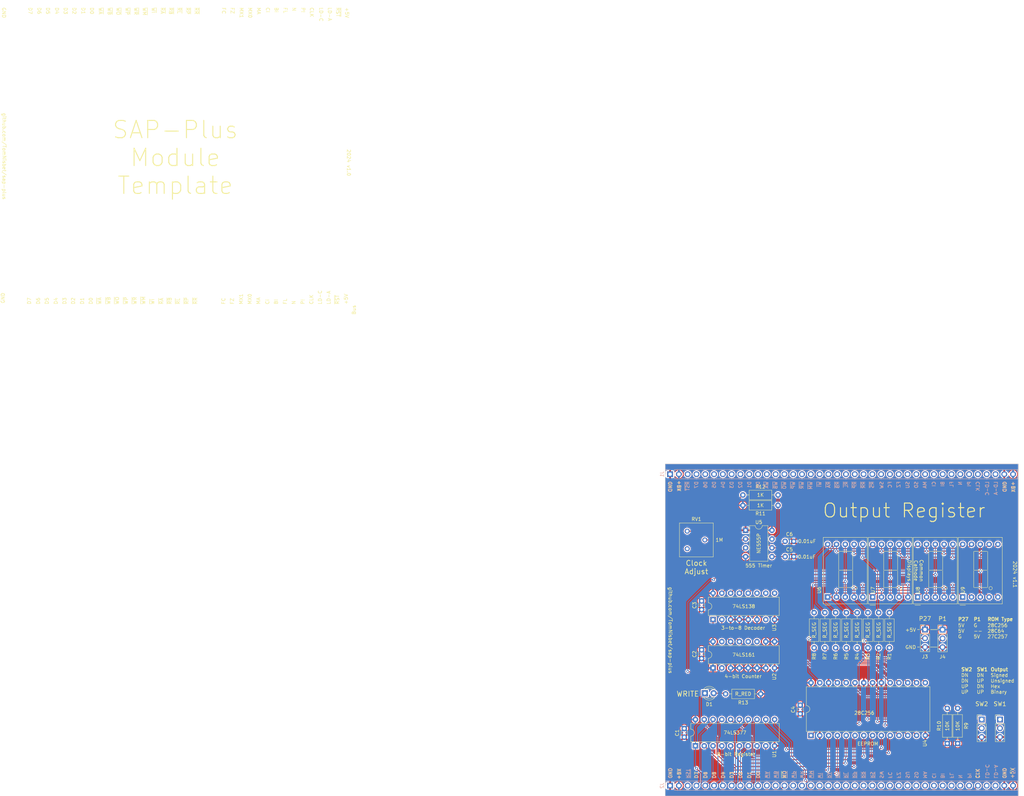
<source format=kicad_pcb>
(kicad_pcb (version 20240108) (generator "pcbnew") (generator_version "8.0")
  (title_block (title "SAP-Plus Output Register") (date "2024-11-30") (rev "1.1") (company "github.com/TomNisbet/sap-plus"))
  (layers (0 "F.Cu" signal) (31 "B.Cu" signal) (34 "B.Paste" user) (35 "F.Paste" user) (36 "B.SilkS" user "B.Silkscreen") (37 "F.SilkS" user "F.Silkscreen") (38 "B.Mask" user) (39 "F.Mask" user) (44 "Edge.Cuts" user))
  (net 0 "")
  (net 1 "+5V")
  (net 2 "CLK")
  (net 3 "D0")
  (net 4 "D1")
  (net 5 "D2")
  (net 6 "D3")
  (net 7 "D4")
  (net 8 "D5")
  (net 9 "D6")
  (net 10 "D7")
  (net 11 "GND")
  (net 12 "~{WO}")
  (net 13 "Net-(U5-CV)")
  (net 14 "Net-(U5-THR)")
  (net 15 "Net-(U6-A)")
  (net 16 "/A")
  (net 17 "Net-(U6-B)")
  (net 18 "/B")
  (net 19 "Net-(U6-C)")
  (net 20 "/C")
  (net 21 "Net-(U6-D)")
  (net 22 "/D")
  (net 23 "/E")
  (net 24 "Net-(U6-E)")
  (net 25 "Net-(U6-F)")
  (net 26 "/F")
  (net 27 "Net-(U6-G)")
  (net 28 "/G")
  (net 29 "/P")
  (net 30 "Net-(U6-DP)")
  (net 31 "Net-(SW1-B)")
  (net 32 "Net-(SW2-B)")
  (net 33 "Net-(U5-DIS)")
  (net 34 "Net-(R12-Pad1)")
  (net 38 "Net-(U1-Q1)")
  (net 39 "Net-(U1-Q2)")
  (net 40 "Net-(U1-Q3)")
  (net 41 "Net-(U1-Q7)")
  (net 42 "Net-(U1-Q4)")
  (net 43 "Net-(U1-Q0)")
  (net 44 "Net-(U1-Q5)")
  (net 45 "Net-(U1-Q6)")
  (net 46 "Net-(U2-CP)")
  (net 49 "Net-(U2-Q0)")
  (net 50 "Net-(U2-Q1)")
  (net 52 "/digit-0")
  (net 53 "/digit-1")
  (net 55 "/digit-2")
  (net 59 "/digit-3")
  (net 60 "Net-(J3-Pin_2)")
  (net 61 "Net-(J4-Pin_2)")
  (net 124 "Net-(D1-A)")
  (footprint "Resistor_THT:R_Axial_DIN0207_L6.3mm_D2.5mm_P10.16mm_Horizontal" (layer "F.Cu") (at 143.53571 86 -90)
    (property "Reference" "R3")
    (property "Value" "R_SEG")
  )
  (footprint "Resistor_THT:R_Axial_DIN0207_L6.3mm_D2.5mm_P10.16mm_Horizontal" (layer "F.Cu") (at 102.42 109.5)
    (property "Reference" "R13")
    (property "Value" "R_RED")
  )
  (footprint "Resistor_THT:R_Axial_DIN0207_L6.3mm_D2.5mm_P10.16mm_Horizontal" (layer "F.Cu") (at 117.58 55 180)
    (property "Reference" "R11")
    (property "Value" "1K")
  )
  (footprint "Capacitor_THT:C_Disc_D3.0mm_W1.6mm_P2.50mm" (layer "F.Cu") (at 95.5 85.13 90)
    (property "Reference" "C3")
    (property "Value" "0.1uF")
  )
  (footprint "Display_7Segment:D1X8K" (layer "F.Cu") (at 157.92 81.4975 90)
    (property "Reference" "U8")
    (property "Value" "D148K")
  )
  (footprint "Resistor_THT:R_Axial_DIN0207_L6.3mm_D2.5mm_P10.16mm_Horizontal" (layer "F.Cu") (at 134.214284 86 -90)
    (property "Reference" "R6")
    (property "Value" "R_SEG")
  )
  (footprint "Capacitor_THT:C_Disc_D3.0mm_W1.6mm_P2.50mm" (layer "F.Cu") (at 90.5 122 90)
    (property "Reference" "C1")
    (property "Value" "0.1uF")
  )
  (footprint "Display_7Segment:D1X8K" (layer "F.Cu") (at 131.92 81.4975 90)
    (property "Reference" "U6")
    (property "Value" "D148K")
  )
  (footprint "Package_DIP:DIP-8_W7.62mm" (layer "F.Cu") (at 108.2 62.2)
    (property "Reference" "U5")
    (property "Value" "NE555P")
  )
  (footprint "Capacitor_THT:C_Disc_D3.0mm_W1.6mm_P2.50mm" (layer "F.Cu") (at 95.5 99.25 90)
    (property "Reference" "C2")
    (property "Value" "0.1uF")
  )
  (footprint "Package_DIP:DIP-16_W7.62mm" (layer "F.Cu") (at 98.8 88 90)
    (property "Reference" "U3")
    (property "Value" "74LS138")
  )
  (footprint "Capacitor_THT:C_Disc_D3.0mm_W1.6mm_P2.50mm" (layer "F.Cu") (at 124 115.25 90)
    (property "Reference" "C4")
    (property "Value" "0.1uF")
  )
  (footprint "Package_DIP:DIP-16_W7.62mm" (layer "F.Cu") (at 98.8 102 90)
    (property "Reference" "U2")
    (property "Value" "74LS161")
  )
  (footprint "Resistor_THT:R_Axial_DIN0207_L6.3mm_D2.5mm_P10.16mm_Horizontal" (layer "F.Cu") (at 107.42 52)
    (property "Reference" "R12")
    (property "Value" "1K")
  )
  (footprint "Resistor_THT:R_Axial_DIN0207_L6.3mm_D2.5mm_P10.16mm_Horizontal" (layer "F.Cu") (at 128 86 -90)
    (property "Reference" "R8")
    (property "Value" "R_SEG")
  )
  (footprint "Potentiometer_THT:Potentiometer_Bourns_3386F_Vertical" (layer "F.Cu") (at 91.345 67.54)
    (property "Reference" "RV1")
    (property "Value" "1M")
  )
  (footprint "Capacitor_THT:C_Disc_D3.0mm_W1.6mm_P2.50mm" (layer "F.Cu") (at 119.62 69.81)
    (property "Reference" "C5")
    (property "Value" "0.01uF")
  )
  (footprint "Resistor_THT:R_Axial_DIN0207_L6.3mm_D2.5mm_P10.16mm_Horizontal" (layer "F.Cu") (at 137.321426 86 -90)
    (property "Reference" "R5")
    (property "Value" "R_SEG")
  )
  (footprint "Display_7Segment:D1X8K" (layer "F.Cu") (at 170.92 81.4975 90)
    (property "Reference" "U9")
    (property "Value" "D148K")
  )
  (footprint "Package_DIP:DIP-28_W15.24mm" (layer "F.Cu") (at 127.1 121.5 90)
    (property "Reference" "U4")
    (property "Value" "28C256")
  )
  (footprint "Connector_PinHeader_2.54mm:PinHeader_1x03_P2.54mm_Vertical" (layer "F.Cu") (at 176.404335 116.88)
    (property "Reference" "SW2")
    (property "Value" "SW_SPDT")
  )
  (footprint "LED_THT:LED_D3.0mm" (layer "F.Cu") (at 96.44 109.3)
    (property "Reference" "D1")
    (property "Value" "WRITE")
  )
  (footprint "Package_DIP:DIP-20_W7.62mm" (layer "F.Cu") (at 93.72 124.5 90)
    (property "Reference" "U1")
    (property "Value" "74LS377")
  )
  (footprint "Capacitor_THT:C_Disc_D3.0mm_W1.6mm_P2.50mm" (layer "F.Cu") (at 119.62 65.4)
    (property "Reference" "C6")
    (property "Value" "0.01uF")
  )
  (footprint "Display_7Segment:D1X8K" (layer "F.Cu") (at 144.92 81.4975 90)
    (property "Reference" "U7")
    (property "Value" "D148K")
  )
  (footprint "Resistor_THT:R_Axial_DIN0207_L6.3mm_D2.5mm_P10.16mm_Horizontal" (layer "F.Cu") (at 131.107142 86 -90)
    (property "Reference" "R7")
    (property "Value" "R_SEG")
  )
  (footprint "Resistor_THT:R_Axial_DIN0207_L6.3mm_D2.5mm_P10.16mm_Horizontal" (layer "F.Cu") (at 149.75 86 -90)
    (property "Reference" "R1")
    (property "Value" "R_SEG")
  )
  (footprint "Connector_PinHeader_2.54mm:PinHeader_1x03_P2.54mm_Vertical" (layer "F.Cu") (at 160.03 90.87)
    (property "Reference" "J3")
    (property "Value" "P27")
  )
  (footprint "Resistor_THT:R_Axial_DIN0207_L6.3mm_D2.5mm_P10.16mm_Horizontal" (layer "F.Cu") (at 169.46 123.82 90)
    (property "Reference" "R9")
    (property "Value" "10K")
  )
  (footprint "Connector_PinHeader_2.54mm:PinHeader_1x03_P2.54mm_Vertical" (layer "F.Cu") (at 181.68 116.88)
    (property "Reference" "SW1")
    (property "Value" "SW_SPDT")
  )
  (footprint "Resistor_THT:R_Axial_DIN0207_L6.3mm_D2.5mm_P10.16mm_Horizontal" (layer "F.Cu") (at 146.642852 86 -90)
    (property "Reference" "R2")
    (property "Value" "R_SEG")
  )
  (footprint "Connector_PinHeader_2.54mm:PinHeader_1x03_P2.54mm_Vertical" (layer "F.Cu") (at 165.1 90.92)
    (property "Reference" "J4")
    (property "Value" "P1")
  )
  (footprint "Resistor_THT:R_Axial_DIN0207_L6.3mm_D2.5mm_P10.16mm_Horizontal" (layer "F.Cu") (at 140.428568 86 -90)
    (property "Reference" "R4")
    (property "Value" "R_SEG")
  )
  (footprint "Resistor_THT:R_Axial_DIN0207_L6.3mm_D2.5mm_P10.16mm_Horizontal" (layer "F.Cu") (at 166.46 123.82 90)
    (property "Reference" "R10")
    (property "Value" "10K")
  )
  (footprint "Connector_PinHeader_2.54mm:PinHeader_1x40_P2.54mm_Vertical" (layer "B.Cu") (at 86.4 46 -90)
    (property "Reference" "J1")
    (property "Value" "Bus")
  )
  (footprint "Connector_PinHeader_2.54mm:PinHeader_1x40_P2.54mm_Vertical" (layer "B.Cu") (at 86.4 136 -90)
    (property "Reference" "J2")
    (property "Value" "Bus")
  )
  (gr_line (start 157.84 90.9) (end 158.43 90.9) (stroke (width 0.15)) (layer "F.SilkS"))
  (gr_line (start 161.63 95.96) (end 163.52 95.96) (stroke (width 0.15)) (layer "F.SilkS"))
  (gr_line (start 161.63 90.9) (end 163.52 90.9) (stroke (width 0.15)) (layer "F.SilkS"))
  (gr_line (start 157.84 95.96) (end 158.43 95.96) (stroke (width 0.15)) (layer "F.SilkS"))
  (gr_line (start 85 139) (end 85 43) (stroke (width 0.1)) (layer "Edge.Cuts"))
  (gr_line (start 85 43) (end 187 43) (stroke (width 0.1)) (layer "Edge.Cuts"))
  (gr_line (start 187 139) (end 85 139) (stroke (width 0.1)) (layer "Edge.Cuts"))
  (gr_line (start 187 43) (end 187 139) (stroke (width 0.1)) (layer "Edge.Cuts"))
  (gr_text "~{RL}" (at 137.25 48 90) (layer "B.SilkS") (effects (font (size 1 1)) (justify left mirror)))
  (gr_text "~{RR}" (at 142 134 270) (layer "B.SilkS") (effects (font (size 1 1)) (justify left mirror)))
  (gr_text "~{WO}" (at 119.4 134 270) (layer "B.SilkS") (effects (font (size 1 1)) (justify left mirror)))
  (gr_text "D7" (at 94 48 90) (layer "B.SilkS") (effects (font (size 1 1)) (justify left mirror)))
  (gr_text "D3" (at 104.2 48 90) (layer "B.SilkS") (effects (font (size 1 1)) (justify left mirror)))
  (gr_text "D2" (at 106.7 134 270) (layer "B.SilkS") (effects (font (size 1 1)) (justify left mirror)))
  (gr_text "D4" (at 101.7 134 270) (layer "B.SilkS") (effects (font (size 1 1)) (justify left mirror)))
  (gr_text "PI" (at 172.8 48 90) (layer "B.SilkS") (effects (font (size 1 1)) (justify left mirror)))
  (gr_text "PI" (at 172.8 134 270) (layer "B.SilkS") (effects (font (size 1 1)) (justify left mirror)))
  (gr_text "N" (at 170.2 48 90) (layer "B.SilkS") (effects (font (size 1 1)) (justify left mirror)))
  (gr_text "FL" (at 167.7 134 270) (layer "B.SilkS") (effects (font (size 1 1)) (justify left mirror)))
  (gr_text "D1" (at 109.3 134 270) (layer "B.SilkS") (effects (font (size 1 1)) (justify left mirror)))
  (gr_text "D5" (at 99.1 48 90) (layer "B.SilkS") (effects (font (size 1 1)) (justify left mirror)))
  (gr_text "+5V" (at 89 134.25 270) (layer "B.SilkS") (effects (font (size 1 1)) (justify left mirror)))
  (gr_text "D6" (at 96.6 134 270) (layer "B.SilkS") (effects (font (size 1 1)) (justify left mirror)))
  (gr_text "+5V" (at 185.5 48 90) (layer "B.SilkS") (effects (font (size 1 1)) (justify left mirror)))
  (gr_text "~{RST}" (at 91.5 48 90) (layer "B.SilkS") (effects (font (size 1 1)) (justify left mirror)))
  (gr_text "BI" (at 165.1 134 270) (layer "B.SilkS") (effects (font (size 1 1)) (justify left mirror)))
  (gr_text "~{RP}" (at 139.5 134 270) (layer "B.SilkS") (effects (font (size 1 1)) (justify left mirror)))
  (gr_text "FZ" (at 152.4 134 270) (layer "B.SilkS") (effects (font (size 1 1)) (justify left mirror)))
  (gr_text "MA" (at 160 48 90) (layer "B.SilkS") (effects (font (size 1 1)) (justify left mirror)))
  (gr_text "+5V" (at 89 47.75 90) (layer "B.SilkS") (effects (font (size 1 1)) (justify left mirror)))
  (gr_text "D0" (at 111.8 48 90) (layer "B.SilkS") (effects (font (size 1 1)) (justify left mirror)))
  (gr_text "~{RR}" (at 142.25 48 90) (layer "B.SilkS") (effects (font (size 1 1)) (justify left mirror)))
  (gr_text "~{WB}" (at 116.9 134 270) (layer "B.SilkS") (effects (font (size 1 1)) (justify left mirror)))
  (gr_text "~{WI}" (at 129.6 48 90) (layer "B.SilkS") (effects (font (size 1 1)) (justify left mirror)))
  (gr_text "D0" (at 111.8 134 270) (layer "B.SilkS") (effects (font (size 1 1)) (justify left mirror)))
  (gr_text "N" (at 170.2 134 270) (layer "B.SilkS") (effects (font (size 1 1)) (justify left mirror)))
  (gr_text "CI" (at 162.6 134 270) (layer "B.SilkS") (effects (font (size 1 1)) (justify left mirror)))
  (gr_text "LD-C" (at 178 48 90) (layer "B.SilkS") (effects (font (size 1 1)) (justify left mirror)))
  (gr_text "~{RA}" (at 132.2 48 90) (layer "B.SilkS") (effects (font (size 1 1)) (justify left mirror)))
  (gr_text "~{RST}" (at 91.5 134 270) (layer "B.SilkS") (effects (font (size 1 1)) (justify left mirror)))
  (gr_text "+5V" (at 185.5 134 270) (layer "B.SilkS") (effects (font (size 1 1)) (justify left mirror)))
  (gr_text "CI" (at 162.6 48 90) (layer "B.SilkS") (effects (font (size 1 1)) (justify left mirror)))
  (gr_text "FC" (at 149.9 134 270) (layer "B.SilkS") (effects (font (size 1 1)) (justify left mirror)))
  (gr_text "~{RS}" (at 144.75 48 90) (layer "B.SilkS") (effects (font (size 1 1)) (justify left mirror)))
  (gr_text "FC" (at 149.9 48 90) (layer "B.SilkS") (effects (font (size 1 1)) (justify left mirror)))
  (gr_text "~{WP}" (at 122 134 270) (layer "B.SilkS") (effects (font (size 1 1)) (justify left mirror)))
  (gr_text "SU" (at 155 48 90) (layer "B.SilkS") (effects (font (size 1 1)) (justify left mirror)))
  (gr_text "~{RB}" (at 134.6 134 270) (layer "B.SilkS") (effects (font (size 1 1)) (justify left mirror)))
  (gr_text "FZ" (at 152.4 48 90) (layer "B.SilkS") (effects (font (size 1 1)) (justify left mirror)))
  (gr_text "GND" (at 183 134 270) (layer "B.SilkS") (effects (font (size 1 1)) (justify left mirror)))
  (gr_text "MA" (at 160 134 270) (layer "B.SilkS") (effects (font (size 1 1)) (justify left mirror)))
  (gr_text "CLK" (at 175.3 134 270) (layer "B.SilkS") (effects (font (size 1 1)) (justify left mirror)))
  (gr_text "GND" (at 183 48 90) (layer "B.SilkS") (effects (font (size 1 1)) (justify left mirror)))
  (gr_text "D4" (at 101.7 48 90) (layer "B.SilkS") (effects (font (size 1 1)) (justify left mirror)))
  (gr_text "~{WO}" (at 119.4 48 90) (layer "B.SilkS") (effects (font (size 1 1)) (justify left mirror)))
  (gr_text "~{WA}" (at 114.3 48 90) (layer "B.SilkS") (effects (font (size 1 1)) (justify left mirror)))
  (gr_text "GND" (at 86.4 48 90) (layer "B.SilkS") (effects (font (size 1 1)) (justify left mirror)))
  (gr_text "LD-A" (at 180.5 48 90) (layer "B.SilkS") (effects (font (size 1 1)) (justify left mirror)))
  (gr_text "~{WB}" (at 116.9 48 90) (layer "B.SilkS") (effects (font (size 1 1)) (justify left mirror)))
  (gr_text "LD-C" (at 178 134 270) (layer "B.SilkS") (effects (font (size 1 1)) (justify left mirror)))
  (gr_text "SD" (at 157.5 48 90) (layer "B.SilkS") (effects (font (size 1 1)) (justify left mirror)))
  (gr_text "D7" (at 94 134 270) (layer "B.SilkS") (effects (font (size 1 1)) (justify left mirror)))
  (gr_text "~{RP}" (at 139.75 48 90) (layer "B.SilkS") (effects (font (size 1 1)) (justify left mirror)))
  (gr_text "~{WM}" (at 127 48 90) (layer "B.SilkS") (effects (font (size 1 1)) (justify left mirror)))
  (gr_text "FL" (at 167.7 48 90) (layer "B.SilkS") (effects (font (size 1 1)) (justify left mirror)))
  (gr_text "~{RL}" (at 137 134 270) (layer "B.SilkS") (effects (font (size 1 1)) (justify left mirror)))
  (gr_text "~{RS}" (at 144.75 134 -90) (layer "B.SilkS") (effects (font (size 1 1)) (justify left mirror)))
  (gr_text "D5" (at 99.1 134 270) (layer "B.SilkS") (effects (font (size 1 1)) (justify left mirror)))
  (gr_text "LD-A" (at 180.5 134 270) (layer "B.SilkS") (effects (font (size 1 1)) (justify left mirror)))
  (gr_text "~{RA}" (at 132.2 134 270) (layer "B.SilkS") (effects (font (size 1 1)) (justify left mirror)))
  (gr_text "~{WM}" (at 127 134 270) (layer "B.SilkS") (effects (font (size 1 1)) (justify left mirror)))
  (gr_text "~{WR}" (at 124.5 134 270) (layer "B.SilkS") (effects (font (size 1 1)) (justify left mirror)))
  (gr_text "~{RB}" (at 134.75 48 90) (layer "B.SilkS") (effects (font (size 1 1)) (justify left mirror)))
  (gr_text "CLK" (at 175.3 48 90) (layer "B.SilkS") (effects (font (size 1 1)) (justify left mirror)))
  (gr_text "SW" (at 147.5 48 90) (layer "B.SilkS") (effects (font (size 1 1)) (justify left mirror)))
  (gr_text "~{WP}" (at 122 48 90) (layer "B.SilkS") (effects (font (size 1 1)) (justify left mirror)))
  (gr_text "D1" (at 109.3 48 90) (layer "B.SilkS") (effects (font (size 1 1)) (justify left mirror)))
  (gr_text "~{WA}" (at 114.3 134 270) (layer "B.SilkS") (effects (font (size 1 1)) (justify left mirror)))
  (gr_text "D2" (at 106.7 48 90) (layer "B.SilkS") (effects (font (size 1 1)) (justify left mirror)))
  (gr_text "D3" (at 104.2 134 270) (layer "B.SilkS") (effects (font (size 1 1)) (justify left mirror)))
  (gr_text "~{WR}" (at 124.5 48 90) (layer "B.SilkS") (effects (font (size 1 1)) (justify left mirror)))
  (gr_text "SU" (at 155 134 -90) (layer "B.SilkS") (effects (font (size 1 1)) (justify left mirror)))
  (gr_text "SW" (at 147.5 134 -90) (layer "B.SilkS") (effects (font (size 1 1)) (justify left mirror)))
  (gr_text "BI" (at 165.1 48 90) (layer "B.SilkS") (effects (font (size 1 1)) (justify left mirror)))
  (gr_text "SD" (at 157.5 134 -90) (layer "B.SilkS") (effects (font (size 1 1)) (justify left mirror)))
  (gr_text "~{WI}" (at 129.6 134 270) (layer "B.SilkS") (effects (font (size 1 1)) (justify left mirror)))
  (gr_text "GND" (at 86.4 134 270) (layer "B.SilkS") (effects (font (size 1 1)) (justify left mirror)))
  (gr_text "D6" (at 96.6 48 90) (layer "B.SilkS") (effects (font (size 1 1)) (justify left mirror)))
  (gr_text "2024 v1.0" (at -6.4 -48 -90) (layer "F.SilkS") (effects (font (size 1 1)) (justify left)))
  (gr_text "MX0" (at -34.99 -3 90) (layer "F.SilkS") (effects (font (size 1 1)) (justify left)))
  (gr_text "Output" (at 178.9 103.01 0) (layer "F.SilkS") (effects (font (size 1 1) (thickness 0.22) (bold yes)) (justify left bottom)))
  (gr_text "~{WR}" (at -67.9 -89 270) (layer "F.SilkS") (effects (font (size 1 1)) (justify left)))
  (gr_text "FC" (at -42.59 -3 90) (layer "F.SilkS") (effects (font (size 1 1)) (justify left)))
  (gr_text "Displays" (at 155.49 73.8775 270) (layer "F.SilkS") (effects (font (size 1 1))))
  (gr_text "D7" (at 94 134 90) (layer "F.SilkS") (effects (font (size 1 1)) (justify left)))
  (gr_text "GND" (at -106.29 -3.3 90) (layer "F.SilkS") (effects (font (size 1 1)) (justify left)))
  (gr_text "~{WA}" (at -78.39 -3 90) (layer "F.SilkS") (effects (font (size 1 1)) (justify left)))
  (gr_text "~{RB}" (at -58.09 -3 90) (layer "F.SilkS") (effects (font (size 1 1)) (justify left)))
  (gr_text "+5V" (at -6.9 -89 270) (layer "F.SilkS") (effects (font (size 1 1)) (justify left)))
  (gr_text "MX0" (at -34.9 -89 270) (layer "F.SilkS") (effects (font (size 1 1)) (justify left)))
  (gr_text "DN\nUP\nDN\nUP" (at 174.9 109.51 0) (layer "F.SilkS") (effects (font (size 1 1)) (justify left bottom)))
  (gr_text "${COMPANY}" (at 86.5 78.5 270) (layer "F.SilkS") (effects (font (size 1 1)) (justify left)))
  (gr_text "D0" (at -80.89 -3 90) (layer "F.SilkS") (effects (font (size 1 1)) (justify left)))
  (gr_text "~{RA}" (at -60.49 -3 90) (layer "F.SilkS") (effects (font (size 1 1)) (justify left)))
  (gr_text "EEPROM" (at 143.5 124.5 0) (layer "F.SilkS") (effects (font (size 1 1)) (justify bottom)))
  (gr_text "D2" (at -85.99 -3 90) (layer "F.SilkS") (effects (font (size 1 1)) (justify left)))
  (gr_text "D5" (at -93.3 -89 270) (layer "F.SilkS") (effects (font (size 1 1)) (justify left)))
  (gr_text "PI" (at -19.6 -89 270) (layer "F.SilkS") (effects (font (size 1 1)) (justify left)))
  (gr_text "D3" (at -88.2 -89 270) (layer "F.SilkS") (effects (font (size 1 1)) (justify left)))
  (gr_text "GND" (at -106 -89 270) (layer "F.SilkS") (effects (font (size 1 1)) (justify left)))
  (gr_text "+5V" (at 89 47.75 270) (layer "F.SilkS") (effects (font (size 1 1)) (justify left)))
  (gr_text "D0" (at -80.6 -89 270) (layer "F.SilkS") (effects (font (size 1 1)) (justify left)))
  (gr_text "~{WI}" (at -63.09 -3 90) (layer "F.SilkS") (effects (font (size 1 1)) (justify left)))
  (gr_text "+5V" (at 185.5 48 270) (layer "F.SilkS") (effects (font (size 1 1)) (justify left)))
  (gr_text "~{WB}" (at -75.79 -3 90) (layer "F.SilkS") (effects (font (size 1 1)) (justify left)))
  (gr_text "~{RST}" (at -9.5 -89 270) (layer "F.SilkS") (effects (font (size 1 1)) (justify left)))
  (gr_text "3-to-8 Decoder" (at 107.5 91 0) (layer "F.SilkS") (effects (font (size 1 1)) (justify bottom)))
  (gr_text "GND" (at 183 134 90) (layer "F.SilkS") (effects (font (size 1 1)) (justify left)))
  (gr_text "CI" (at -29.89 -3 90) (layer "F.SilkS") (effects (font (size 1 1)) (justify left)))
  (gr_text "PI" (at -19.69 -3 90) (layer "F.SilkS") (effects (font (size 1 1)) (justify left)))
  (gr_text "D7" (at -98.4 -89 270) (layer "F.SilkS") (effects (font (size 1 1)) (justify left)))
  (gr_text "Signed\nUnsigned\nHex\nBinary" (at 178.9 109.51 0) (layer "F.SilkS") (effects (font (size 1 1)) (justify left bottom)))
  (gr_text "D6" (at -96.09 -3 90) (layer "F.SilkS") (effects (font (size 1 1)) (justify left)))
  (gr_text "SAP-Plus\nModule\nTemplate" (at -56.5 -45.5 0) (layer "F.SilkS") (effects (font (size 5 5) (thickness 0.3))))
  (gr_text "D7" (at -98.69 -3 90) (layer "F.SilkS") (effects (font (size 1 1)) (justify left)))
  (gr_text "MA" (at -32.49 -3 90) (layer "F.SilkS") (effects (font (size 1 1)) (justify left)))
  (gr_text "~{RA}" (at -60.2 -89 270) (layer "F.SilkS") (effects (font (size 1 1)) (justify left)))
  (gr_text "Bus" (at -4.9 -1.5 90) (layer "F.SilkS") (effects (font (size 1 1))))
  (gr_text "DN\nDN\nUP\nUP" (at 170.4 109.51 0) (layer "F.SilkS") (effects (font (size 1 1)) (justify left bottom)))
  (gr_text "D3" (at -88.49 -3 90) (layer "F.SilkS") (effects (font (size 1 1)) (justify left)))
  (gr_text "~{WM}" (at -65.69 -3 90) (layer "F.SilkS") (effects (font (size 1 1)) (justify left)))
  (gr_text "LD-C" (at -14.4 -89 270) (layer "F.SilkS") (effects (font (size 1 1)) (justify left)))
  (gr_text "CI" (at -29.8 -89 270) (layer "F.SilkS") (effects (font (size 1 1)) (justify left)))
  (gr_text "P1" (at 174 88.5 0) (layer "F.SilkS") (effects (font (size 1 1) (thickness 0.22) (bold yes)) (justify left bottom)))
  (gr_text "D2" (at 106.7 134 90) (layer "F.SilkS") (effects (font (size 1 1)) (justify left)))
  (gr_text "5V\n5V\nG" (at 169.5 93.5 0) (layer "F.SilkS") (effects (font (size 1 1)) (justify left bottom)))
  (gr_text "4-bit Counter" (at 107.5 105 0) (layer "F.SilkS") (effects (font (size 1 1)) (justify bottom)))
  (gr_text "~{RB}" (at -57.8 -89 270) (layer "F.SilkS") (effects (font (size 1 1)) (justify left)))
  (gr_text "+5V" (at 89 134.25 90) (layer "F.SilkS") (effects (font (size 1 1)) (justify left)))
  (gr_text "~{WO}" (at 119.4 134 90) (layer "F.SilkS") (effects (font (size 1 1)) (justify left)))
  (gr_text "GND" (at 183 48 270) (layer "F.SilkS") (effects (font (size 1 1)) (justify left)))
  (gr_text "CLK" (at -17.19 -3 90) (layer "F.SilkS") (effects (font (size 1 1)) (justify left)))
  (gr_text "~{WR}" (at -68.19 -3 90) (layer "F.SilkS") (effects (font (size 1 1)) (justify left)))
  (gr_text "SW1" (at 174.9 103.01 0) (layer "F.SilkS") (effects (font (size 1 1) (thickness 0.22) (bold yes)) (justify left bottom)))
  (gr_text "~{RL}" (at -55.4 -89 270) (layer "F.SilkS") (effects (font (size 1 1)) (justify left)))
  (gr_text "N" (at -22.2 -89 270) (layer "F.SilkS") (effects (font (size 1 1)) (justify left)))
  (gr_text "~{WP}" (at -70.4 -89 270) (layer "F.SilkS") (effects (font (size 1 1)) (justify left)))
  (gr_text "FZ" (at -40.09 -3 90) (layer "F.SilkS") (effects (font (size 1 1)) (justify left)))
  (gr_text "CLK" (at 175.21 134 90) (layer "F.SilkS") (effects (font (size 1 1)) (justify left)))
  (gr_text "GND" (at 154.26 96 0) (layer "F.SilkS") (effects (font (size 1 1)) (justify left)))
  (gr_text "D1" (at 109.3 134 90) (layer "F.SilkS") (effects (font (size 1 1)) (justify left)))
  (gr_text "D2" (at -85.7 -89 270) (layer "F.SilkS") (effects (font (size 1 1)) (justify left)))
  (gr_text "CLK" (at -17.1 -89 270) (layer "F.SilkS") (effects (font (size 1 1)) (justify left)))
  (gr_text "D4" (at -90.7 -89 270) (layer "F.SilkS") (effects (font (size 1 1)) (justify left)))
  (gr_text "555 Timer" (at 112 73 0) (layer "F.SilkS") (effects (font (size 1 1)) (justify bottom)))
  (gr_text "~{RR}" (at -50.4 -89 270) (layer "F.SilkS") (effects (font (size 1 1)) (justify left)))
  (gr_text "~{RR}" (at -50.69 -3 90) (layer "F.SilkS") (effects (font (size 1 1)) (justify left)))
  (gr_text "D6" (at 96.6 134 90) (layer "F.SilkS") (effects (font (size 1 1)) (justify left)))
  (gr_text "FL" (at -24.79 -3 90) (layer "F.SilkS") (effects (font (size 1 1)) (justify left)))
  (gr_text "~{WI}" (at -62.8 -89 270) (layer "F.SilkS") (effects (font (size 1 1)) (justify left)))
  (gr_text "8-bit Register" (at 105.5 127.5 0) (layer "F.SilkS") (effects (font (size 1 1)) (justify bottom)))
  (gr_text "D1" (at -83.1 -89 270) (layer "F.SilkS") (effects (font (size 1 1)) (justify left)))
  (gr_text "ROM Type" (at 178 88.5 0) (layer "F.SilkS") (effects (font (size 1 1) (thickness 0.22) (bold yes)) (justify left bottom)))
  (gr_text "BI" (at -27.39 -3 90) (layer "F.SilkS") (effects (font (size 1 1)) (justify left)))
  (gr_text "Clock\nAdjust" (at 94 75 0) (layer "F.SilkS") (effects (font (size 1.5 1.5) (thickness 0.2)) (justify bottom)))
  (gr_text "2024 v${REVISION}" (at 186 71 270) (layer "F.SilkS") (effects (font (size 1 1)) (justify left)))
  (gr_text "github.com/TomNisbet/sap-plus" (at -105.9 -58.5 270) (layer "F.SilkS") (effects (font (size 1 1)) (justify left)))
  (gr_text "N" (at -22.29 -3 90) (layer "F.SilkS") (effects (font (size 1 1)) (justify left)))
  (gr_text "~{WB}" (at -75.5 -89 270) (layer "F.SilkS") (effects (font (size 1 1)) (justify left)))
  (gr_text "D5" (at 99.1 134 90) (layer "F.SilkS") (effects (font (size 1 1)) (justify left)))
  (gr_text "FL" (at -24.7 -89 270) (layer "F.SilkS") (effects (font (size 1 1)) (justify left)))
  (gr_text "~{WO}" (at -73 -89 270) (layer "F.SilkS") (effects (font (size 1 1)) (justify left)))
  (gr_text "MA" (at -32.4 -89 270) (layer "F.SilkS") (effects (font (size 1 1)) (justify left)))
  (gr_text "G\n--\n5V" (at 174 93.5 0) (layer "F.SilkS") (effects (font (size 1 1)) (justify left bottom)))
  (gr_text "~{WO}" (at -73.29 -3 90) (layer "F.SilkS") (effects (font (size 1 1)) (justify left)))
  (gr_text "~{WP}" (at -70.69 -3 90) (layer "F.SilkS") (effects (font (size 1 1)) (justify left)))
  (gr_text "~{WA}" (at -78.1 -89 270) (layer "F.SilkS") (effects (font (size 1 1)) (justify left)))
  (gr_text "~{RST}" (at -9.69 -3 90) (layer "F.SilkS") (effects (font (size 1 1)) (justify left)))
  (gr_text "GND" (at 86.5 134 90) (layer "F.SilkS") (effects (font (size 1 1)) (justify left)))
  (gr_text "P27" (at 169.5 88.5 0) (layer "F.SilkS") (effects (font (size 1 1) (thickness 0.22) (bold yes)) (justify left bottom)))
  (gr_text "~{RL}" (at -55.69 -3 90) (layer "F.SilkS") (effects (font (size 1 1)) (justify left)))
  (gr_text "LD-A" (at -12.19 -3 90) (layer "F.SilkS") (effects (font (size 1 1)) (justify left)))
  (gr_text "D1" (at -83.39 -3 90) (layer "F.SilkS") (effects (font (size 1 1)) (justify left)))
  (gr_text "D5" (at -93.59 -3 90) (layer "F.SilkS") (effects (font (size 1 1)) (justify left)))
  (gr_text "MX1" (at -37.4 -89 270) (layer "F.SilkS") (effects (font (size 1 1)) (justify left)))
  (gr_text "D4" (at 101.7 134 90) (layer "F.SilkS") (effects (font (size 1 1)) (justify left)))
  (gr_text "BI" (at -27.3 -89 270) (layer "F.SilkS") (effects (font (size 1 1)) (justify left)))
  (gr_text "D3" (at 104.2 134 90) (layer "F.SilkS") (effects (font (size 1 1)) (justify left)))
  (gr_text "FZ" (at -40 -89 270) (layer "F.SilkS") (effects (font (size 1 1)) (justify left)))
  (gr_text "D4" (at -90.99 -3 90) (layer "F.SilkS") (effects (font (size 1 1)) (justify left)))
  (gr_text "LD-A" (at -11.9 -89 270) (layer "F.SilkS") (effects (font (size 1 1)) (justify left)))
  (gr_text "+5V" (at 185.21 134 90) (layer "F.SilkS") (effects (font (size 1 1)) (justify left)))
  (gr_text "D6" (at -95.8 -89 270) (layer "F.SilkS") (effects (font (size 1 1)) (justify left)))
  (gr_text "~{RP}" (at -52.9 -89 270) (layer "F.SilkS") (effects (font (size 1 1)) (justify left)))
  (gr_text "FC" (at -42.5 -89 270) (layer "F.SilkS") (effects (font (size 1 1)) (justify left)))
  (gr_text "~{RP}" (at -53.19 -3 90) (layer "F.SilkS") (effects (font (size 1 1)) (justify left)))
  (gr_text "MX1" (at -37.49 -3 90) (layer "F.SilkS") (effects (font (size 1 1)) (justify left)))
  (gr_text "SW2" (at 170.4 103.01 0) (layer "F.SilkS") (effects (font (size 1 1) (thickness 0.22) (bold yes)) (justify left bottom)))
  (gr_text "+5V" (at -7.19 -3 90) (layer "F.SilkS") (effects (font (size 1 1)) (justify left)))
  (gr_text "GND" (at 86.4 48 270) (layer "F.SilkS") (effects (font (size 1 1)) (justify left)))
  (gr_text "D0" (at 111.8 134 90) (layer "F.SilkS") (effects (font (size 1 1)) (justify left)))
  (gr_text "LD-C" (at -14.69 -3 90) (layer "F.SilkS") (effects (font (size 1 1)) (justify left)))
  (gr_text "+5V" (at 154.26 91 0) (layer "F.SilkS") (effects (font (size 1 1)) (justify left)))
  (gr_text "Common\nCathode" (at 158.19 73.8775 270) (layer "F.SilkS") (effects (font (size 1 1))))
  (gr_text "28C256\n28C64\n27C257" (at 178 93.5 0) (layer "F.SilkS") (effects (font (size 1 1)) (justify left bottom)))
  (gr_text "Output Register" (at 154 56.5 0) (layer "F.SilkS") (effects (font (size 4 4) (thickness 0.3))))
  (gr_text "~{WM}" (at -65.4 -89 270) (layer "F.SilkS") (effects (font (size 1 1)) (justify left)))
  (segment (start 126.553299 137.175) (end 174.125 137.175) (width 0.25) (layer "F.Cu") (net 2))
  (segment (start 174.125 137.175) (end 175.3 136) (width 0.25) (layer "F.Cu") (net 2))
  (segment (start 125.5 134.5) (end 125.865 134.865) (width 0.25) (layer "F.Cu") (net 2))
  (segment (start 125.865 134.865) (end 125.865 136.486701) (width 0.25) (layer "F.Cu") (net 2))
  (segment (start 125.865 136.486701) (end 126.553299 137.175) (width 0.25) (layer "F.Cu") (net 2))
  (via (at 125.5 134.5) (size 0.8) (drill 0.4) (layers "F.Cu" "B.Cu") (net 2))
  (segment (start 125.5 131.5) (end 121.5 127.5) (width 0.25) (layer "B.Cu") (net 2))
  (segment (start 121.5 123.5) (end 116.58 118.58) (width 0.25) (layer "B.Cu") (net 2))
  (segment (start 125.5 134.5) (end 125.5 131.5) (width 0.25) (layer "B.Cu") (net 2))
  (segment (start 121.5 127.5) (end 121.5 123.5) (width 0.25) (layer "B.Cu") (net 2))
  (segment (start 116.58 118.58) (end 116.58 116.88) (width 0.25) (layer "B.Cu") (net 2))
  (segment (start 111.8 124.8) (end 111.5 124.5) (width 0.25) (layer "B.Cu") (net 3))
  (segment (start 111.8 136) (end 111.8 124.8) (width 0.25) (layer "B.Cu") (net 3))
  (segment (start 110.375 134.885) (end 109.26 136) (width 0.25) (layer "B.Cu") (net 4))
  (segment (start 110.375 118.005) (end 110.375 134.885) (width 0.25) (layer "B.Cu") (net 4))
  (segment (start 111.5 116.88) (end 110.375 118.005) (width 0.25) (layer "B.Cu") (net 4))
  (segment (start 106.72 126.78) (end 108.96 124.54) (width 0.25) (layer "B.Cu") (net 5))
  (segment (start 108.96 124.54) (end 108.96 124.5) (width 0.25) (layer "B.Cu") (net 5))
  (segment (start 106.72 136) (end 106.72 126.78) (width 0.25) (layer "B.Cu") (net 5))
  (segment (start 104.18 136) (end 105.295 134.885) (width 0.25) (layer "B.Cu") (net 6))
  (segment (start 108.96 117.54) (end 108.96 116.88) (width 0.25) (layer "B.Cu") (net 6))
  (segment (start 105.295 134.885) (end 105.295 121.205) (width 0.25) (layer "B.Cu") (net 6))
  (segment (start 105.295 121.205) (end 108.96 117.54) (width 0.25) (layer "B.Cu") (net 6))
  (segment (start 101.34 135.7) (end 101.64 136) (width 0.25) (layer "B.Cu") (net 7))
  (segment (start 101.34 124.5) (end 101.34 135.7) (width 0.25) (layer "B.Cu") (net 7))
  (segment (start 100.215 122.034009) (end 100.5 121.749009) (width 0.25) (layer "B.Cu") (net 8))
  (segment (start 100.5 121.749009) (end 100.5 117.72) (width 0.25) (layer "B.Cu") (net 8))
  (segment (start 100.5 117.72) (end 101.34 116.88) (width 0.25) (layer "B.Cu") (net 8))
  (segment (start 100.89 134.21) (end 100.215 133.535) (width 0.25) (layer "B.Cu") (net 8))
  (segment (start 100.215 133.535) (end 100.215 122.034009) (width 0.25) (layer "B.Cu") (net 8))
  (segment (start 99.1 136) (end 100.89 134.21) (width 0.25) (layer "B.Cu") (net 8))
  (segment (start 98.8 133.76) (end 96.56 136) (width 0.25) (layer "B.Cu") (net 9))
  (segment (start 98.8 124.5) (end 98.8 133.76) (width 0.25) (layer "B.Cu") (net 9))
  (segment (start 98.8 116.88) (end 98.8 117.489009) (width 0.25) (layer "B.Cu") (net 10))
  (segment (start 98.8 117.489009) (end 95 121.289009) (width 0.25) (layer "B.Cu") (net 10))
  (segment (start 95 121.289009) (end 95 135.02) (width 0.25) (layer "B.Cu") (net 10))
  (segment (start 95 135.02) (end 94.02 136) (width 0.25) (layer "B.Cu") (net 10))
  (segment (start 118.245 137.175) (end 119.42 136) (width 0.25) (layer "F.Cu") (net 12))
  (segment (start 95.385 136.486701) (end 96.073299 137.175) (width 0.25) (layer "F.Cu") (net 12))
  (segment (start 94 131) (end 95.385 132.385) (width 0.25) (layer "F.Cu") (net 12))
  (segment (start 96.073299 137.175) (end 118.245 137.175) (width 0.25) (layer "F.Cu") (net 12))
  (segment (start 95.385 132.385) (end 95.385 136.486701) (width 0.25) (layer "F.Cu") (net 12))
  (via (at 94 131) (size 0.8) (drill 0.4) (layers "F.Cu" "B.Cu") (net 12))
  (segment (start 95.135 117.595991) (end 95.135 110.605) (width 0.25) (layer "B.Cu") (net 12))
  (segment (start 93.72 119.010991) (end 95.135 117.595991) (width 0.25) (layer "B.Cu") (net 12))
  (segment (start 95.135 110.605) (end 96.44 109.3) (width 0.25) (layer "B.Cu") (net 12))
  (segment (start 93.72 124.5) (end 93.72 119.010991) (width 0.25) (layer "B.Cu") (net 12))
  (segment (start 94 131) (end 93.72 130.72) (width 0.25) (layer "B.Cu") (net 12))
  (segment (start 93.72 130.72) (end 93.72 124.5) (width 0.25) (layer "B.Cu") (net 12))
  (segment (start 115.82 69.82) (end 119.61 69.82) (width 0.25) (layer "F.Cu") (net 13))
  (segment (start 119.61 69.82) (end 119.62 69.81) (width 0.25) (layer "F.Cu") (net 13))
  (segment (start 117.74 67.28) (end 119.62 65.4) (width 0.25) (layer "F.Cu") (net 14))
  (segment (start 107.94 65) (end 108.2 64.74) (width 0.25) (layer "F.Cu") (net 14))
  (segment (start 113.28 64.74) (end 115.82 67.28) (width 0.25) (layer "F.Cu") (net 14))
  (segment (start 108.2 64.74) (end 113.28 64.74) (width 0.25) (layer "F.Cu") (net 14))
  (segment (start 96.425 65) (end 107.94 65) (width 0.25) (layer "F.Cu") (net 14))
  (segment (start 115.82 67.28) (end 117.74 67.28) (width 0.25) (layer "F.Cu") (net 14))
  (segment (start 151 69) (end 152.5 69) (width 0.25) (layer "F.Cu") (net 15))
  (segment (start 165.5 69) (end 175.7975 69) (width 0.25) (layer "F.Cu") (net 15))
  (segment (start 152.5 69) (end 165.5 69) (width 0.25) (layer "F.Cu") (net 15))
  (segment (start 175.7975 69) (end 178.54 66.2575) (width 0.25) (layer "F.Cu") (net 15))
  (segment (start 139.5 69) (end 151 69) (width 0.25) (layer "F.Cu") (net 15))
  (via (at 165.5 69) (size 0.8) (drill 0.4) (layers "F.Cu" "B.Cu") (net 15))
  (via (at 152.5 69) (size 0.8) (drill 0.4) (layers "F.Cu" "B.Cu") (net 15))
  (via (at 139.5 69) (size 0.8) (drill 0.4) (layers "F.Cu" "B.Cu") (net 15))
  (segment (start 153.665 82.085) (end 149.75 86) (width 0.25) (layer "B.Cu") (net 15))
  (segment (start 165.54 66.2575) (end 165.54 68.96) (width 0.25) (layer "B.Cu") (net 15))
  (segment (start 152.5 69) (end 153.665 70.165) (width 0.25) (layer "B.Cu") (net 15))
  (segment (start 152.54 68.96) (end 152.5 69) (width 0.25) (layer "B.Cu") (net 15))
  (segment (start 153.665 70.165) (end 153.665 82.085) (width 0.25) (layer "B.Cu") (net 15))
  (segment (start 165.54 68.96) (end 165.5 69) (width 0.25) (layer "B.Cu") (net 15))
  (segment (start 139.54 66.2575) (end 139.54 68.96) (width 0.25) (layer "B.Cu") (net 15))
  (segment (start 152.54 66.2575) (end 152.54 68.96) (width 0.25) (layer "B.Cu") (net 15))
  (segment (start 139.54 68.96) (end 139.5 69) (width 0.25) (layer "B.Cu") (net 15))
  (segment (start 148.5 118.5) (end 149.5 118.5) (width 0.25) (layer "F.Cu") (net 16))
  (segment (start 149.5 118.5) (end 152.5 121.5) (width 0.25) (layer "F.Cu") (net 16))
  (via (at 148.5 118.5) (size 0.8) (drill 0.4) (layers "F.Cu" "B.Cu") (net 16))
  (segment (start 148.545 118.455) (end 148.5 118.5) (width 0.25) (layer "B.Cu") (net 16))
  (segment (start 148.545 97.365) (end 148.545 118.455) (width 0.25) (layer "B.Cu") (net 16))
  (segment (start 149.75 96.16) (end 148.545 97.365) (width 0.25) (layer "B.Cu") (net 16))
  (segment (start 168 70) (end 177.3375 70) (width 0.25) (layer "F.Cu") (net 17))
  (segment (start 142 70) (end 155 70) (width 0.25) (layer "F.Cu") (net 17))
  (segment (start 177.3375 70) (end 181.08 66.2575) (width 0.25) (layer "F.Cu") (net 17))
  (segment (start 155 70) (end 168 70) (width 0.25) (layer "F.Cu") (net 17))
  (via (at 168 70) (size 0.8) (drill 0.4) (layers "F.Cu" "B.Cu") (net 17))
  (via (at 142 70) (size 0.8) (drill 0.4) (layers "F.Cu" "B.Cu") (net 17))
  (via (at 155 70) (size 0.8) (drill 0.4) (layers "F.Cu" "B.Cu") (net 17))
  (segment (start 146.335 85.692148) (end 146.335 74.335) (width 0.25) (layer "B.Cu") (net 17))
  (segment (start 155.08 69.92) (end 155 70) (width 0.25) (layer "B.Cu") (net 17))
  (segment (start 142.08 69.92) (end 142 70) (width 0.25) (layer "B.Cu") (net 17))
  (segment (start 146.642852 86) (end 146.335 85.692148) (width 0.25) (layer "B.Cu") (net 17))
  (segment (start 168.08 66.2575) (end 168.08 69.92) (width 0.25) (layer "B.Cu") (net 17))
  (segment (start 142.08 66.2575) (end 142.08 69.92) (width 0.25) (layer "B.Cu") (net 17))
  (segment (start 168.08 69.92) (end 168 70) (width 0.25) (layer "B.Cu") (net 17))
  (segment (start 146.335 74.335) (end 142 70) (width 0.25) (layer "B.Cu") (net 17))
  (segment (start 155.08 66.2575) (end 155.08 69.92) (width 0.25) (layer "B.Cu") (net 17))
  (segment (start 151.04 117.5) (end 155.04 121.5) (width 0.25) (layer "F.Cu") (net 18))
  (segment (start 146.31 117.5) (end 151.04 117.5) (width 0.25) (layer "F.Cu") (net 18))
  (via (at 146.31 117.5) (size 0.8) (drill 0.4) (layers "F.Cu" "B.Cu") (net 18))
  (segment (start 146.295 117.485) (end 146.295 96.507852) (width 0.25) (layer "B.Cu") (net 18))
  (segment (start 146.31 117.5) (end 146.295 117.485) (width 0.25) (layer "B.Cu") (net 18))
  (segment (start 146.295 96.507852) (end 146.642852 96.16) (width 0.25) (layer "B.Cu") (net 18))
  (segment (start 165.5 78.775) (end 175.8175 78.775) (width 0.25) (layer "F.Cu") (net 19))
  (segment (start 152.5 78.775) (end 165.5 78.775) (width 0.25) (layer "F.Cu") (net 19))
  (segment (start 175.8175 78.775) (end 178.54 81.4975) (width 0.25) (layer "F.Cu") (net 19))
  (segment (start 139.5 78.775) (end 152.5 78.775) (width 0.25) (layer "F.Cu") (net 19))
  (via (at 139.5 78.775) (size 0.8) (drill 0.4) (layers "F.Cu" "B.Cu") (net 19))
  (via (at 165.5 78.775) (size 0.8) (drill 0.4) (layers "F.Cu" "B.Cu") (net 19))
  (via (at 152.5 78.775) (size 0.8) (drill 0.4) (layers "F.Cu" "B.Cu") (net 19))
  (segment (start 152.54 81.4975) (end 152.54 78.815) (width 0.25) (layer "B.Cu") (net 19))
  (segment (start 139.54 81.4975) (end 139.54 78.815) (width 0.25) (layer "B.Cu") (net 19))
  (segment (start 139.54 78.815) (end 139.5 78.775) (width 0.25) (layer "B.Cu") (net 19))
  (segment (start 152.54 78.815) (end 152.5 78.775) (width 0.25) (layer "B.Cu") (net 19))
  (segment (start 165.54 81.4975) (end 165.54 78.815) (width 0.25) (layer "B.Cu") (net 19))
  (segment (start 165.54 78.815) (end 165.5 78.775) (width 0.25) (layer "B.Cu") (net 19))
  (segment (start 139.54 82.00429) (end 143.53571 86) (width 0.25) (layer "B.Cu") (net 19))
  (segment (start 139.54 81.4975) (end 139.54 82.00429) (width 0.25) (layer "B.Cu") (net 19))
  (segment (start 143.49 116.75) (end 152.83 116.75) (width 0.25) (layer "F.Cu") (net 20))
  (segment (start 152.83 116.75) (end 157.58 121.5) (width 0.25) (layer "F.Cu") (net 20))
  (via (at 143.49 116.75) (size 0.8) (drill 0.4) (layers "F.Cu" "B.Cu") (net 20))
  (segment (start 143.49 116.75) (end 143.53571 116.70429) (width 0.25) (layer "B.Cu") (net 20))
  (segment (start 143.53571 116.70429) (end 143.53571 96.16) (width 0.25) (layer "B.Cu") (net 20))
  (segment (start 147.5 79.5) (end 160.5 79.5) (width 0.25) (layer "F.Cu") (net 21))
  (segment (start 134.5 79.5) (end 147.5 79.5) (width 0.25) (layer "F.Cu") (net 21))
  (segment (start 160.5 79.5) (end 171.4625 79.5) (width 0.25) (layer "F.Cu") (net 21))
  (segment (start 171.4625 79.5) (end 173.46 81.4975) (width 0.25) (layer "F.Cu") (net 21))
  (via (at 134.5 79.5) (size 0.8) (drill 0.4) (layers "F.Cu" "B.Cu") (net 21))
  (via (at 147.5 79.5) (size 0.8) (drill 0.4) (layers "F.Cu" "B.Cu") (net 21))
  (via (at 160.5 79.5) (size 0.8) (drill 0.4) (layers "F.Cu" "B.Cu") (net 21))
  (segment (start 134.46 81.4975) (end 134.4975 81.4975) (width 0.25) (layer "B.Cu") (net 21))
  (segment (start 160.46 79.54) (end 160.5 79.5) (width 0.25) (layer "B.Cu") (net 21))
  (segment (start 134.4975 81.4975) (end 139 86) (width 0.25) (layer "B.Cu") (net 21))
  (segment (start 139 86) (end 140.428568 86) (width 0.25) (layer "B.Cu") (net 21))
  (segment (start 147.46 79.54) (end 147.5 79.5) (width 0.25) (layer "B.Cu") (net 21))
  (segment (start 160.46 81.4975) (end 160.46 79.54) (width 0.25) (layer "B.Cu") (net 21))
  (segment (start 134.46 81.4975) (end 134.46 79.54) (width 0.25) (layer "B.Cu") (net 21))
  (segment (start 134.46 79.54) (end 134.5 79.5) (width 0.25) (layer "B.Cu") (net 21))
  (segment (start 147.46 81.4975) (end 147.46 79.54) (width 0.25) (layer "B.Cu") (net 21))
  (segment (start 152.86 99) (end 143.29 99) (width 0.25) (layer "F.Cu") (net 22))
  (segment (start 160.12 106.26) (end 152.86 99) (width 0.25) (layer "F.Cu") (net 22))
  (segment (start 140.45 96.16) (end 140.428568 96.16) (width 0.25) (layer "F.Cu") (net 22))
  (segment (start 143.29 99) (end 140.45 96.16) (width 0.25) (layer "F.Cu") (net 22))
  (segment (start 157.58 106.26) (end 150.82 99.5) (width 0.25) (layer "F.Cu") (net 23))
  (segment (start 150.82 99.5) (end 140.66 99.5) (width 0.25) (layer "F.Cu") (net 23))
  (segment (start 140.66 99.5) (end 137.321426 96.161426) (width 0.25) (layer "F.Cu") (net 23))
  (segment (start 137.321426 96.161426) (end 137.321426 96.16) (width 0.25) (layer "F.Cu") (net 23))
  (segment (start 156.795 80.3725) (end 157.92 81.4975) (width 0.25) (layer "F.Cu") (net 24))
  (segment (start 159.045 80.3725) (end 169.795 80.3725) (width 0.25) (layer "F.Cu") (net 24))
  (segment (start 133.045 80.3725) (end 143.795 80.3725) (width 0.25) (layer "F.Cu") (net 24))
  (segment (start 169.795 80.3725) (end 170.92 81.4975) (width 0.25) (layer "F.Cu") (net 24))
  (segment (start 144.92 81.4975) (end 146.045 80.3725) (width 0.25) (layer "F.Cu") (net 24))
  (segment (start 146.045 80.3725) (end 156.795 80.3725) (width 0.25) (layer "F.Cu") (net 24))
  (segment (start 143.795 80.3725) (end 144.92 81.4975) (width 0.25) (layer "F.Cu") (net 24))
  (segment (start 131.92 81.4975) (end 133.045 80.3725) (width 0.25) (layer "F.Cu") (net 24))
  (segment (start 157.92 81.4975) (end 159.045 80.3725) (width 0.25) (layer "F.Cu") (net 24))
  (segment (start 132.818926 81.4975) (end 137.321426 86) (width 0.25) (layer "B.Cu") (net 24))
  (segment (start 131.92 81.4975) (end 132.818926 81.4975) (width 0.25) (layer "B.Cu") (net 24))
  (segment (start 134.5 68.225) (end 147.5 68.225) (width 0.25) (layer "F.Cu") (net 25))
  (segment (start 147.5 68.225) (end 160.5 68.225) (width 0.25) (layer "F.Cu") (net 25))
  (segment (start 160.5 68.225) (end 171.4925 68.225) (width 0.25) (layer "F.Cu") (net 25))
  (segment (start 171.4925 68.225) (end 173.46 66.2575) (width 0.25) (layer "F.Cu") (net 25))
  (via (at 134.5 68.225) (size 0.8) (drill 0.4) (layers "F.Cu" "B.Cu") (net 25))
  (via (at 147.5 68.225) (size 0.8) (drill 0.4) (layers "F.Cu" "B.Cu") (net 25))
  (via (at 160.5 68.225) (size 0.8) (drill 0.4) (layers "F.Cu" "B.Cu") (net 25))
  (segment (start 147.46 68.185) (end 147.5 68.225) (width 0.25) (layer "B.Cu") (net 25))
  (segment (start 134.46 66.2575) (end 134.46 68.185) (width 0.25) (layer "B.Cu") (net 25))
  (segment (start 160.46 66.2575) (end 160.46 68.185) (width 0.25) (layer "B.Cu") (net 25))
  (segment (start 160.46 68.185) (end 160.5 68.225) (width 0.25) (layer "B.Cu") (net 25))
  (segment (start 130.795 82.580716) (end 130.795 69.9225) (width 0.25) (layer "B.Cu") (net 25))
  (segment (start 134.46 68.185) (end 134.5 68.225) (width 0.25) (layer "B.Cu") (net 25))
  (segment (start 130.795 69.9225) (end 134.46 66.2575) (width 0.25) (layer "B.Cu") (net 25))
  (segment (start 134.214284 86) (end 130.795 82.580716) (width 0.25) (layer "B.Cu") (net 25))
  (segment (start 147.46 66.2575) (end 147.46 68.185) (width 0.25) (layer "B.Cu") (net 25))
  (segment (start 137.99 99.95) (end 134.214284 96.174284) (width 0.25) (layer "F.Cu") (net 26))
  (segment (start 148.73 99.95) (end 137.99 99.95) (width 0.25) (layer "F.Cu") (net 26))
  (segment (start 134.214284 96.174284) (end 134.214284 96.16) (width 0.25) (layer "F.Cu") (net 26))
  (segment (start 155.04 106.26) (end 148.73 99.95) (width 0.25) (layer "F.Cu") (net 26))
  (segment (start 169.795 67.3825) (end 170.92 66.2575) (width 0.25) (layer "F.Cu") (net 27))
  (segment (start 157.92 66.2575) (end 159.045 67.3825) (width 0.25) (layer "F.Cu") (net 27))
  (segment (start 132.5 67.5) (end 143.6775 67.5) (width 0.25) (layer "F.Cu") (net 27))
  (segment (start 144.92 66.2575) (end 146.1625 67.5) (width 0.25) (layer "F.Cu") (net 27))
  (segment (start 146.1625 67.5) (end 156.6775 67.5) (width 0.25) (layer "F.Cu") (net 27))
  (segment (start 156.6775 67.5) (end 157.92 66.2575) (width 0.25) (layer "F.Cu") (net 27))
  (segment (start 159.045 67.3825) (end 169.795 67.3825) (width 0.25) (layer "F.Cu") (net 27))
  (segment (start 131.92 66.2575) (end 131.92 66.92) (width 0.25) (layer "F.Cu") (net 27))
  (segment (start 143.6775 67.5) (end 144.92 66.2575) (width 0.25) (layer "F.Cu") (net 27))
  (segment (start 131.92 66.92) (end 132.5 67.5) (width 0.25) (layer "F.Cu") (net 27))
  (segment (start 128.5 69.6775) (end 131.92 66.2575) (width 0.25) (layer "B.Cu") (net 27))
  (segment (start 128.5 83.392858) (end 128.5 69.6775) (width 0.25) (layer "B.Cu") (net 27))
  (segment (start 131.107142 86) (end 128.5 83.392858) (width 0.25) (layer "B.Cu") (net 27))
  (segment (start 135.347142 100.4) (end 131.107142 96.16) (width 0.25) (layer "F.Cu") (net 28))
  (segment (start 146.64 100.4) (end 135.347142 100.4) (width 0.25) (layer "F.Cu") (net 28))
  (segment (start 152.5 106.26) (end 146.64 100.4) (width 0.25) (layer "F.Cu") (net 28))
  (segment (start 149.96 106.26) (end 144.55 100.85) (width 0.25) (layer "F.Cu") (net 29))
  (segment (start 144.55 100.85) (end 132.69 100.85) (width 0.25) (layer "F.Cu") (net 29))
  (segment (start 132.69 100.85) (end 128 96.16) (width 0.25) (layer "F.Cu") (net 29))
  (segment (start 127.775 78) (end 142 78) (width 0.25) (layer "F.Cu") (net 30))
  (segment (start 155 78) (end 168 78) (width 0.25) (layer "F.Cu") (net 30))
  (segment (start 177.5825 78) (end 181.08 81.4975) (width 0.25) (layer "F.Cu") (net 30))
  (segment (start 168 78) (end 177.5825 78) (width 0.25) (layer "F.Cu") (net 30))
  (segment (start 142 78) (end 155 78) (width 0.25) (layer "F.Cu") (net 30))
  (via (at 142 78) (size 0.8) (drill 0.4) (layers "F.Cu" "B.Cu") (net 30))
  (via (at 155 78) (size 0.8) (drill 0.4) (layers "F.Cu" "B.Cu") (net 30))
  (via (at 127.775 78) (size 0.8) (drill 0.4) (layers "F.Cu" "B.Cu") (net 30))
  (via (at 168 78) (size 0.8) (drill 0.4) (layers "F.Cu" "B.Cu") (net 30))
  (segment (start 128 86) (end 127.5 85.5) (width 0.25) (layer "B.Cu") (net 30))
  (segment (start 168.08 78.08) (end 168 78) (width 0.25) (layer "B.Cu") (net 30))
  (segment (start 168.08 81.4975) (end 168.08 78.08) (width 0.25) (layer "B.Cu") (net 30))
  (segment (start 155.08 81.4975) (end 155.08 78.08) (width 0.25) (layer "B.Cu") (net 30))
  (segment (start 127.5 78.275) (end 127.775 78) (width 0.25) (layer "B.Cu") (net 30))
  (segment (start 127.5 85.5) (end 127.5 78.275) (width 0.25) (layer "B.Cu") (net 30))
  (segment (start 142.08 78.08) (end 142.08 81.4975) (width 0.25) (layer "B.Cu") (net 30))
  (segment (start 142 78) (end 142.08 78.08) (width 0.25) (layer "B.Cu") (net 30))
  (segment (start 155.08 78.08) (end 155 78) (width 0.25) (layer "B.Cu") (net 30))
  (segment (start 144.88 106.26) (end 144.88 107.25) (width 0.25) (layer "F.Cu") (net 31))
  (segment (start 169.46 113.66) (end 169.48 113.64) (width 0.25) (layer "F.Cu") (net 31))
  (segment (start 146.48 108.85) (end 164.65 108.85) (width 0.25) (layer "F.Cu") (net 31))
  (segment (start 169.48 113.64) (end 175.9 113.64) (width 0.25) (layer "F.Cu") (net 31))
  (segment (start 144.88 107.25) (end 146.48 108.85) (width 0.25) (layer "F.Cu") (net 31))
  (segment (start 164.65 108.85) (end 169.46 113.66) (width 0.25) (layer "F.Cu") (net 31))
  (segment (start 175.9 113.64) (end 181.68 119.42) (width 0.25) (layer "F.Cu") (net 31))
  (segment (start 142.31 110.31) (end 163.11 110.31) (width 0.25) (layer "F.Cu") (net 32))
  (segment (start 172.22 119.42) (end 176.404335 119.42) (width 0.25) (layer "F.Cu") (net 32))
  (segment (start 139.8 106.26) (end 139.8 107.8) (width 0.25) (layer "F.Cu") (net 32))
  (segment (start 166.46 113.66) (end 172.22 119.42) (width 0.25) (layer "F.Cu") (net 32))
  (segment (start 163.11 110.31) (end 166.46 113.66) (width 0.25) (layer "F.Cu") (net 32))
  (segment (start 139.8 107.8) (end 142.31 110.31) (width 0.25) (layer "F.Cu") (net 32))
  (segment (start 117.58 52) (end 117.58 55) (width 0.25) (layer "B.Cu") (net 33))
  (segment (start 117.58 62.98) (end 115.82 64.74) (width 0.25) (layer "B.Cu") (net 33))
  (segment (start 117.58 55) (end 117.58 62.98) (width 0.25) (layer "B.Cu") (net 33))
  (segment (start 96.96 62.46) (end 107.42 52) (width 0.25) (layer "F.Cu") (net 34))
  (segment (start 91.345 62.46) (end 96.96 62.46) (width 0.25) (layer "F.Cu") (net 34))
  (segment (start 139.5 130.5) (end 105.5 130.5) (width 0.25) (layer "F.Cu") (net 38))
  (segment (start 105.5 130.5) (end 103.88 128.88) (width 0.25) (layer "F.Cu") (net 38))
  (segment (start 103.88 128.88) (end 103.88 124.5) (width 0.25) (layer "F.Cu") (net 38))
  (via (at 139.5 130.5) (size 0.8) (drill 0.4) (layers "F.Cu" "B.Cu") (net 38))
  (segment (start 139.5 121.8) (end 139.8 121.5) (width 0.25) (layer "B.Cu") (net 38))
  (segment (start 139.5 130.5) (end 139.5 121.8) (width 0.25) (layer "B.Cu") (net 38))
  (segment (start 108 128.5) (end 106.42 126.92) (width 0.25) (layer "F.Cu") (net 39))
  (segment (start 144.5 128.5) (end 108 128.5) (width 0.25) (layer "F.Cu") (net 39))
  (segment (start 106.42 126.92) (end 106.42 124.5) (width 0.25) (layer "F.Cu") (net 39))
  (via (at 144.5 128.5) (size 0.8) (drill 0.4) (layers "F.Cu" "B.Cu") (net 39))
  (segment (start 144.5 128.5) (end 144.5 121.88) (width 0.25) (layer "B.Cu") (net 39))
  (segment (start 144.5 121.88) (end 144.88 121.5) (width 0.25) (layer "B.Cu") (net 39))
  (segment (start 149.5 126.5) (end 114.5 126.5) (width 0.25) (layer "F.Cu") (net 40))
  (segment (start 114.5 126.5) (end 114.04 126.04) (width 0.25) (layer "F.Cu") (net 40))
  (segment (start 114.04 126.04) (end 114.04 124.5) (width 0.25) (layer "F.Cu") (net 40))
  (via (at 149.5 126.5) (size 0.8) (drill 0.4) (layers "F.Cu" "B.Cu") (net 40))
  (segment (start 149.5 121.96) (end 149.96 121.5) (width 0.25) (layer "B.Cu") (net 40))
  (segment (start 149.5 126.5) (end 149.5 121.96) (width 0.25) (layer "B.Cu") (net 40))
  (segment (start 104.5 131.5) (end 99.925 126.925) (width 0.25) (layer "F.Cu") (net 41))
  (segment (start 96.26 118.26) (end 96.26 116.88) (width 0.25) (layer "F.Cu") (net 41))
  (segment (start 99.925 126.925) (end 99.925 121.925) (width 0.25) (layer "F.Cu") (net 41))
  (segment (start 131.905 131.5) (end 104.5 131.5) (width 0.25) (layer "F.Cu") (net 41))
  (segment (start 99.925 121.925) (end 96.26 118.26) (width 0.25) (layer "F.Cu") (net 41))
  (via (at 131.905 131.5) (size 0.8) (drill 0.4) (layers "F.Cu" "B.Cu") (net 41))
  (segment (start 132.18 131.225) (end 132.18 121.5) (width 0.25) (layer "B.Cu") (net 41))
  (segment (start 131.905 131.5) (end 132.18 131.225) (width 0.25) (layer "B.Cu") (net 41))
  (segment (start 147.42 125) (end 146.92 125.5) (width 0.25) (layer "F.Cu") (net 42))
  (segment (start 146.92 125.5) (end 120 125.5) (width 0.25) (layer "F.Cu") (net 42))
  (via (at 120 125.5) (size 0.8) (drill 0.4) (layers "F.Cu" "B.Cu") (net 42))
  (via (at 147.42 125) (size 0.8) (drill 0.4) (layers "F.Cu" "B.Cu") (net 42))
  (segment (start 114.04 118.04) (end 120 124) (width 0.25) (layer "B.Cu") (net 42))
  (segment (start 147.42 125) (end 147.42 121.5) (width 0.25) (layer "B.Cu") (net 42))
  (segment (start 114.04 116.88) (end 114.04 118.04) (width 0.25) (layer "B.Cu") (net 42))
  (segment (start 120 124) (end 120 125.5) (width 0.25) (layer "B.Cu") (net 42))
  (segment (start 134.5 132.5) (end 104.26 132.5) (width 0.25) (layer "F.Cu") (net 43))
  (segment (start 104.26 132.5) (end 96.26 124.5) (width 0.25) (layer "F.Cu") (net 43))
  (via (at 134.5 132.5) (size 0.8) (drill 0.4) (layers "F.Cu" "B.Cu") (net 43))
  (segment (start 134.72 132.28) (end 134.72 121.5) (width 0.25) (layer "B.Cu") (net 43))
  (segment (start 134.5 132.5) (end 134.72 132.28) (width 0.25) (layer "B.Cu") (net 43))
  (segment (start 142.34 127.5) (end 111 127.5) (width 0.25) (layer "F.Cu") (net 44))
  (segment (start 109.425991 121.375) (end 109.375 121.375) (width 0.25) (layer "F.Cu") (net 44))
  (segment (start 110.085 122.034009) (end 109.425991 121.375) (width 0.25) (layer "F.Cu") (net 44))
  (segment (start 109.375 121.375) (end 106.42 118.42) (width 0.25) (layer "F.Cu") (net 44))
  (segment (start 106.42 118.42) (end 106.42 116.88) (width 0.25) (layer "F.Cu") (net 44))
  (segment (start 110.085 126.585) (end 110.085 122.034009) (width 0.25) (layer "F.Cu") (net 44))
  (segment (start 111 127.5) (end 110.085 126.585) (width 0.25) (layer "F.Cu") (net 44))
  (via (at 142.34 127.5) (size 0.8) (drill 0.4) (layers "F.Cu" "B.Cu") (net 44))
  (segment (start 142.34 127.5) (end 142.34 121.5) (width 0.25) (layer "B.Cu") (net 44))
  (segment (start 105.005 118.005) (end 105.005 127.505) (width 0.25) (layer "F.Cu") (net 45))
  (segment (start 103.88 116.88) (end 105.005 118.005) (width 0.25) (layer "F.Cu") (net 45))
  (segment (start 107 129.5) (end 137 129.5) (width 0.25) (layer "F.Cu") (net 45))
  (segment (start 105.005 127.505) (end 107 129.5) (width 0.25) (layer "F.Cu") (net 45))
  (via (at 137 129.5) (size 0.8) (drill 0.4) (layers "F.Cu" "B.Cu") (net 45))
  (segment (start 137.26 127.74) (end 137.26 121.5) (width 0.25) (layer "B.Cu") (net 45))
  (segment (start 137 129.5) (end 137 128) (width 0.25) (layer "B.Cu") (net 45))
  (segment (start 137 128) (end 137.26 127.74) (width 0.25) (layer "B.Cu") (net 45))
  (segment (start 101.34 102) (end 100.215 103.125) (width 0.25) (layer "F.Cu") (net 46))
  (segment (start 91.625 103.125) (end 91.5 103) (width 0.25) (layer "F.Cu") (net 46))
  (segment (start 100.215 103.125) (end 91.625 103.125) (width 0.25) (layer "F.Cu") (net 46))
  (segment (start 98.98 76.5) (end 108.2 67.28) (width 0.25) (layer "F.Cu") (net 46))
  (via (at 98.98 76.5) (size 0.8) (drill 0.4) (layers "F.Cu" "B.Cu") (net 46))
  (via (at 91.5 103) (size 0.8) (drill 0.4) (layers "F.Cu" "B.Cu") (net 46))
  (segment (start 91.5 83) (end 91.5 103) (width 0.25) (layer "B.Cu") (net 46))
  (segment (start 98.98 76.5) (end 98 76.5) (width 0.25) (layer "B.Cu") (net 46))
  (segment (start 98 76.5) (end 91.5 83) (width 0.25) (layer "B.Cu") (net 46))
  (segment (start 129.063604 103.7) (end 132.16 103.7) (width 0.25) (layer "F.Cu") (net 49))
  (segment (start 103.88 94.38) (end 107.5 98) (width 0.25) (layer "F.Cu") (net 49))
  (segment (start 98.8 89.3) (end 103.88 94.38) (width 0.25) (layer "F.Cu") (net 49))
  (segment (start 98.8 88) (end 98.8 89.3) (width 0.25) (layer "F.Cu") (net 49))
  (segment (start 132.16 103.7) (end 134.72 106.26) (width 0.25) (layer "F.Cu") (net 49))
  (segment (start 107.5 98) (end 123.363604 98) (width 0.25) (layer "F.Cu") (net 49))
  (segment (start 123.363604 98) (end 129.063604 103.7) (width 0.25) (layer "F.Cu") (net 49))
  (segment (start 101.34 88) (end 101.34 89.3) (width 0.25) (layer "F.Cu") (net 50))
  (segment (start 134.25 103.25) (end 137.26 106.26) (width 0.25) (layer "F.Cu") (net 50))
  (segment (start 129.25 103.25) (end 134.25 103.25) (width 0.25) (layer "F.Cu") (net 50))
  (segment (start 109.59 97.55) (end 123.55 97.55) (width 0.25) (layer "F.Cu") (net 50))
  (segment (start 101.34 89.3) (end 106.42 94.38) (width 0.25) (layer "F.Cu") (net 50))
  (segment (start 123.55 97.55) (end 129.25 103.25) (width 0.25) (layer "F.Cu") (net 50))
  (segment (start 106.42 94.38) (end 109.59 97.55) (width 0.25) (layer "F.Cu") (net 50))
  (segment (start 176 74) (end 107.72 74) (width 0.25) (layer "F.Cu") (net 52))
  (segment (start 107.72 74) (end 101.34 80.38) (width 0.25) (layer "F.Cu") (net 52))
  (via (at 176 74) (size 0.8) (drill 0.4) (layers "F.Cu" "B.Cu") (net 52))
  (segment (start 176 74) (end 176 81.4975) (width 0.25) (layer "B.Cu") (net 52))
  (segment (start 176 66.2575) (end 176 74) (width 0.25) (layer "B.Cu") (net 52))
  (segment (start 163 75) (end 109.26 75) (width 0.25) (layer "F.Cu") (net 53))
  (segment (start 109.26 75) (end 103.88 80.38) (width 0.25) (layer "F.Cu") (net 53))
  (via (at 163 75) (size 0.8) (drill 0.4) (layers "F.Cu" "B.Cu") (net 53))
  (segment (start 163 75) (end 163 81.4975) (width 0.25) (layer "B.Cu") (net 53))
  (segment (start 163 66.2575) (end 163 75) (width 0.25) (layer "B.Cu") (net 53))
  (segment (start 110.8 76) (end 106.42 80.38) (width 0.25) (layer "F.Cu") (net 55))
  (segment (start 150 76) (end 110.8 76) (width 0.25) (layer "F.Cu") (net 55))
  (via (at 150 76) (size 0.8) (drill 0.4) (layers "F.Cu" "B.Cu") (net 55))
  (segment (start 150 66.2575) (end 150 76) (width 0.25) (layer "B.Cu") (net 55))
  (segment (start 150 76) (end 150 81.4975) (width 0.25) (layer "B.Cu") (net 55))
  (segment (start 137 77) (end 136.725 77.275) (width 0.25) (layer "F.Cu") (net 59))
  (segment (start 112.065 77.275) (end 108.96 80.38) (width 0.25) (layer "F.Cu") (net 59))
  (segment (start 136.725 77.275) (end 112.065 77.275) (width 0.25) (layer "F.Cu") (net 59))
  (via (at 137 77) (size 0.8) (drill 0.4) (layers "F.Cu" "B.Cu") (net 59))
  (segment (start 137 66.2575) (end 137 77) (width 0.25) (layer "B.Cu") (net 59))
  (segment (start 137 77) (end 137 81.4975) (width 0.25) (layer "B.Cu") (net 59))
  (segment (start 126.54 93.46) (end 159.98 93.46) (width 0.25) (layer "F.Cu") (net 60))
  (segment (start 159.98 93.46) (end 160.03 93.41) (width 0.25) (layer "F.Cu") (net 60))
  (segment (start 126.5 93.5) (end 126.54 93.46) (width 0.25) (layer "F.Cu") (net 60))
  (via (at 126.5 93.5) (size 0.8) (drill 0.4) (layers "F.Cu" "B.Cu") (net 60))
  (segment (start 126.5 103.12) (end 129.64 106.26) (width 0.25) (layer "B.Cu") (net 60))
  (segment (start 126.5 93.5) (end 126.5 103.12) (width 0.25) (layer "B.Cu") (net 60))
  (segment (start 163.925 94.635) (end 165.1 93.46) (width 0.25) (layer "F.Cu") (net 61))
  (segment (start 153.745 94.635) (end 163.925 94.635) (width 0.25) (layer "F.Cu") (net 61))
  (segment (start 141 118) (end 130.6 118) (width 0.25) (layer "F.Cu") (net 61))
  (segment (start 142.5 94.185) (end 153.295 94.185) (width 0.25) (layer "F.Cu") (net 61))
  (segment (start 153.295 94.185) (end 153.745 94.635) (width 0.25) (layer "F.Cu") (net 61))
  (segment (start 130.6 118) (end 127.1 121.5) (width 0.25) (layer "F.Cu") (net 61))
  (via (at 141 118) (size 0.8) (drill 0.4) (layers "F.Cu" "B.Cu") (net 61))
  (via (at 142.5 94.185) (size 0.8) (drill 0.4) (layers "F.Cu" "B.Cu") (net 61))
  (segment (start 142.5 94.185) (end 142.41071 94.27429) (width 0.25) (layer "B.Cu") (net 61))
  (segment (start 141 100.91071) (end 141 118) (width 0.25) (layer "B.Cu") (net 61))
  (segment (start 142.41071 94.27429) (end 142.41071 99.5) (width 0.25) (layer "B.Cu") (net 61))
  (segment (start 142.41071 99.5) (end 141 100.91071) (width 0.25) (layer "B.Cu") (net 61))
  (segment (start 98.98 109.3) (end 102.22 109.3) (width 0.25) (layer "F.Cu") (net 124))
  (segment (start 102.22 109.3) (end 102.42 109.5) (width 0.25) (layer "F.Cu") (net 124))
  (zone (net 11) (net_name "GND") (layer "F.Cu") (connect_pads (clearance 0.31)) (min_thickness 0.21) (fill yes (thermal_gap 0.5) (thermal_bridge_width 0.5))
    (polygon (pts (xy 187 139) (xy 187 43) (xy 85 43) (xy 85 139)))
  )
  (zone (net 1) (net_name "+5V") (layer "B.Cu") (priority 1) (connect_pads (clearance 0.31)) (min_thickness 0.21) (fill yes (thermal_gap 0.5) (thermal_bridge_width 0.5))
    (polygon (pts (xy 85 43) (xy 85 139) (xy 187 139) (xy 187 43)))
  )
)
</source>
